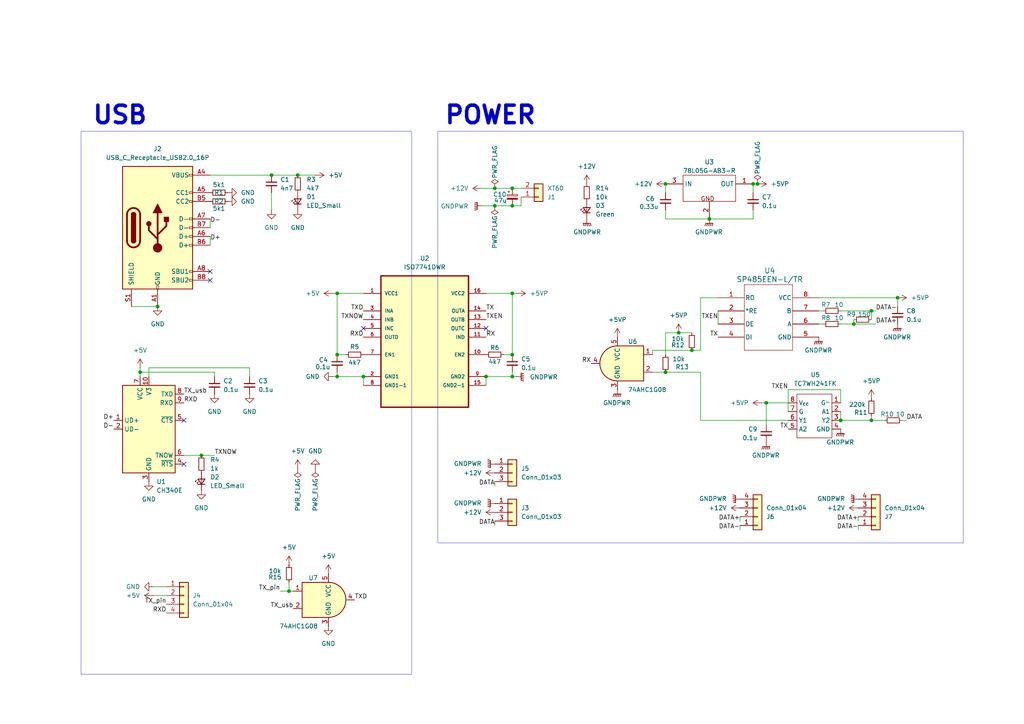
<source format=kicad_sch>
(kicad_sch (version 20231120) (generator "eeschema") (generator_version "8.0")
  (paper "A4")
  (title_block (company "Kohki"))
  (lib_symbols
    (symbol "74xGxx:74AHC1G08"
      (property "Reference" "U6" (at -3.0165 -10.16 0))
      (property "Value" "74AHC1G08" (at -3.0165 -7.62 0))
      (symbol "74AHC1G08_0_1"
        (arc (start 0 -5.08) (mid 5.0579 0) (end 0 5.08) (stroke (width 0.254)) (fill (type background)))
        (polyline (pts (xy 0 -5.08) (xy -7.62 -5.08) (xy -7.62 5.08) (xy 0 5.08)) (stroke (width 0.254)) (fill (type background)))
      )
      (symbol "74AHC1G08_1_1"
        (pin input line (at -10.16 2.54 0) (length 2.54) (name "~") (number "1"))
        (pin input line (at -10.16 -2.54 0) (length 2.54) (name "~") (number "2"))
        (pin power_in line (at 0 -7.62 90) (length 2.54) (name "GND") (number "3"))
        (pin output line (at 7.62 0 180) (length 2.54) (name "~") (number "4"))
        (pin power_in line (at 0 7.62 270) (length 2.54) (name "VCC") (number "5"))
      )
    )
    (symbol "Connector:USB_C_Receptacle_USB2.0_16P" (pin_names (offset 1.016))
      (property "Reference" "J" (at 0 22.225 0))
      (property "Value" "USB_C_Receptacle_USB2.0_16P" (at 0 19.685 0))
      (symbol "USB_C_Receptacle_USB2.0_16P_0_0"
        (rectangle (start -0.254 -17.78) (end 0.254 -16.764))
        (rectangle (start 10.16 -14.986) (end 9.144 -15.494))
        (rectangle (start 10.16 -12.446) (end 9.144 -12.954))
        (rectangle (start 10.16 -4.826) (end 9.144 -5.334))
        (rectangle (start 10.16 -2.286) (end 9.144 -2.794))
        (rectangle (start 10.16 0.254) (end 9.144 -0.254))
        (rectangle (start 10.16 2.794) (end 9.144 2.286))
        (rectangle (start 10.16 7.874) (end 9.144 7.366))
        (rectangle (start 10.16 10.414) (end 9.144 9.906))
        (rectangle (start 10.16 15.494) (end 9.144 14.986))
      )
      (symbol "USB_C_Receptacle_USB2.0_16P_0_1"
        (rectangle (start -10.16 17.78) (end 10.16 -17.78) (stroke (width 0.254)) (fill (type background)))
        (arc (start -8.89 -3.81) (mid -6.985 -5.7067) (end -5.08 -3.81) (stroke (width 0.508)))
        (arc (start -7.62 -3.81) (mid -6.985 -4.4423) (end -6.35 -3.81) (stroke (width 0.254)))
        (arc (start -7.62 -3.81) (mid -6.985 -4.4423) (end -6.35 -3.81) (stroke (width 0.254)) (fill (type outline)))
        (rectangle (start -7.62 -3.81) (end -6.35 3.81) (stroke (width 0.254)) (fill (type outline)))
        (arc (start -6.35 3.81) (mid -6.985 4.4423) (end -7.62 3.81) (stroke (width 0.254)))
        (arc (start -6.35 3.81) (mid -6.985 4.4423) (end -7.62 3.81) (stroke (width 0.254)) (fill (type outline)))
        (arc (start -5.08 3.81) (mid -6.985 5.7067) (end -8.89 3.81) (stroke (width 0.508)))
        (circle (center -2.54 1.143) (radius 0.635) (stroke (width 0.254)) (fill (type outline)))
        (circle (center 0 -5.842) (radius 1.27) (fill (type outline)))
        (polyline (pts (xy -8.89 -3.81) (xy -8.89 3.81)) (stroke (width 0.508)))
        (polyline (pts (xy -5.08 3.81) (xy -5.08 -3.81)) (stroke (width 0.508)))
        (polyline (pts (xy 0 -5.842) (xy 0 4.318)) (stroke (width 0.508)))
        (polyline (pts (xy 0 -3.302) (xy -2.54 -0.762) (xy -2.54 0.508)) (stroke (width 0.508)))
        (polyline (pts (xy 0 -2.032) (xy 2.54 0.508) (xy 2.54 1.778)) (stroke (width 0.508)))
        (polyline (pts (xy -1.27 4.318) (xy 0 6.858) (xy 1.27 4.318) (xy -1.27 4.318)) (stroke (width 0.254)) (fill (type outline)))
        (rectangle (start 1.905 1.778) (end 3.175 3.048) (stroke (width 0.254)) (fill (type outline)))
      )
      (symbol "USB_C_Receptacle_USB2.0_16P_1_1"
        (pin passive line (at 0 -22.86 90) (length 5.08) (name "GND") (number "A1"))
        (pin passive line (at 0 -22.86 90) (length 5.08) hide (name "GND") (number "A12"))
        (pin passive line (at 15.24 15.24 180) (length 5.08) (name "VBUS") (number "A4"))
        (pin bidirectional line (at 15.24 10.16 180) (length 5.08) (name "CC1") (number "A5"))
        (pin bidirectional line (at 15.24 -2.54 180) (length 5.08) (name "D+") (number "A6"))
        (pin bidirectional line (at 15.24 2.54 180) (length 5.08) (name "D-") (number "A7"))
        (pin bidirectional line (at 15.24 -12.7 180) (length 5.08) (name "SBU1") (number "A8"))
        (pin passive line (at 15.24 15.24 180) (length 5.08) hide (name "VBUS") (number "A9"))
        (pin passive line (at 0 -22.86 90) (length 5.08) hide (name "GND") (number "B1"))
        (pin passive line (at 0 -22.86 90) (length 5.08) hide (name "GND") (number "B12"))
        (pin passive line (at 15.24 15.24 180) (length 5.08) hide (name "VBUS") (number "B4"))
        (pin bidirectional line (at 15.24 7.62 180) (length 5.08) (name "CC2") (number "B5"))
        (pin bidirectional line (at 15.24 -5.08 180) (length 5.08) (name "D+") (number "B6"))
        (pin bidirectional line (at 15.24 0 180) (length 5.08) (name "D-") (number "B7"))
        (pin bidirectional line (at 15.24 -15.24 180) (length 5.08) (name "SBU2") (number "B8"))
        (pin passive line (at 15.24 15.24 180) (length 5.08) hide (name "VBUS") (number "B9"))
        (pin passive line (at -7.62 -22.86 90) (length 5.08) (name "SHIELD") (number "S1"))
      )
    )
    (symbol "Connector_Generic:Conn_01x02" (pin_names (offset 1.016) hide)
      (property "Reference" "J" (at 0 2.54 0))
      (property "Value" "Conn_01x02" (at 0 -5.08 0))
      (symbol "Conn_01x02_1_1"
        (rectangle (start -1.27 -2.413) (end 0 -2.667) (stroke (width 0.1524)))
        (rectangle (start -1.27 0.127) (end 0 -0.127) (stroke (width 0.1524)))
        (rectangle (start -1.27 1.27) (end 1.27 -3.81) (stroke (width 0.254)) (fill (type background)))
        (pin passive line (at -5.08 0 0) (length 3.81) (name "Pin_1") (number "1"))
        (pin passive line (at -5.08 -2.54 0) (length 3.81) (name "Pin_2") (number "2"))
      )
    )
    (symbol "Connector_Generic:Conn_01x03" (pin_names (offset 1.016) hide)
      (property "Reference" "J" (at 0 5.08 0))
      (property "Value" "Conn_01x03" (at 0 -5.08 0))
      (symbol "Conn_01x03_1_1"
        (rectangle (start -1.27 -2.413) (end 0 -2.667) (stroke (width 0.1524)))
        (rectangle (start -1.27 0.127) (end 0 -0.127) (stroke (width 0.1524)))
        (rectangle (start -1.27 2.667) (end 0 2.413) (stroke (width 0.1524)))
        (rectangle (start -1.27 3.81) (end 1.27 -3.81) (stroke (width 0.254)) (fill (type background)))
        (pin passive line (at -5.08 2.54 0) (length 3.81) (name "Pin_1") (number "1"))
        (pin passive line (at -5.08 0 0) (length 3.81) (name "Pin_2") (number "2"))
        (pin passive line (at -5.08 -2.54 0) (length 3.81) (name "Pin_3") (number "3"))
      )
    )
    (symbol "Connector_Generic:Conn_01x04" (pin_names (offset 1.016) hide)
      (property "Reference" "J" (at 0 5.08 0))
      (property "Value" "Conn_01x04" (at 0 -7.62 0))
      (symbol "Conn_01x04_1_1"
        (rectangle (start -1.27 -4.953) (end 0 -5.207) (stroke (width 0.1524)))
        (rectangle (start -1.27 -2.413) (end 0 -2.667) (stroke (width 0.1524)))
        (rectangle (start -1.27 0.127) (end 0 -0.127) (stroke (width 0.1524)))
        (rectangle (start -1.27 2.667) (end 0 2.413) (stroke (width 0.1524)))
        (rectangle (start -1.27 3.81) (end 1.27 -6.35) (stroke (width 0.254)) (fill (type background)))
        (pin passive line (at -5.08 2.54 0) (length 3.81) (name "Pin_1") (number "1"))
        (pin passive line (at -5.08 0 0) (length 3.81) (name "Pin_2") (number "2"))
        (pin passive line (at -5.08 -2.54 0) (length 3.81) (name "Pin_3") (number "3"))
        (pin passive line (at -5.08 -5.08 0) (length 3.81) (name "Pin_4") (number "4"))
      )
    )
    (symbol "Device:C_Polarized_Small" (pin_numbers hide) (pin_names (offset 0.254) hide)
      (property "Reference" "C" (at 0.254 1.778 0))
      (property "Value" "C_Polarized_Small" (at 0.254 -2.032 0))
      (symbol "C_Polarized_Small_0_1"
        (rectangle (start -1.524 -0.3048) (end 1.524 -0.6858) (fill (type outline)))
        (rectangle (start -1.524 0.6858) (end 1.524 0.3048))
        (polyline (pts (xy -1.27 1.524) (xy -0.762 1.524)))
        (polyline (pts (xy -1.016 1.27) (xy -1.016 1.778)))
      )
      (symbol "C_Polarized_Small_1_1"
        (pin passive line (at 0 2.54 270) (length 1.8542) (name "~") (number "1"))
        (pin passive line (at 0 -2.54 90) (length 1.8542) (name "~") (number "2"))
      )
    )
    (symbol "Device:C_Small" (pin_numbers hide) (pin_names (offset 0.254) hide)
      (property "Reference" "C" (at 0.254 1.778 0))
      (property "Value" "C_Small" (at 0.254 -2.032 0))
      (symbol "C_Small_0_1"
        (polyline (pts (xy -1.524 -0.508) (xy 1.524 -0.508)) (stroke (width 0.3302)))
        (polyline (pts (xy -1.524 0.508) (xy 1.524 0.508)) (stroke (width 0.3048)))
      )
      (symbol "C_Small_1_1"
        (pin passive line (at 0 2.54 270) (length 2.032) (name "~") (number "1"))
        (pin passive line (at 0 -2.54 90) (length 2.032) (name "~") (number "2"))
      )
    )
    (symbol "Device:LED_Small" (pin_numbers hide) (pin_names (offset 0.254) hide)
      (property "Reference" "D" (at -1.27 3.175 0))
      (property "Value" "LED_Small" (at -4.445 -2.54 0))
      (symbol "LED_Small_0_1"
        (polyline (pts (xy -0.762 -1.016) (xy -0.762 1.016)) (stroke (width 0.254)))
        (polyline (pts (xy 1.016 0) (xy -0.762 0)))
        (polyline (pts (xy 0.762 -1.016) (xy -0.762 0) (xy 0.762 1.016) (xy 0.762 -1.016)) (stroke (width 0.254)))
        (polyline (pts (xy 0 0.762) (xy -0.508 1.27) (xy -0.254 1.27) (xy -0.508 1.27) (xy -0.508 1.016)))
        (polyline (pts (xy 0.508 1.27) (xy 0 1.778) (xy 0.254 1.778) (xy 0 1.778) (xy 0 1.524)))
      )
      (symbol "LED_Small_1_1"
        (pin passive line (at -2.54 0 0) (length 1.778) (name "K") (number "1"))
        (pin passive line (at 2.54 0 180) (length 1.778) (name "A") (number "2"))
      )
    )
    (symbol "Device:R_Small" (pin_numbers hide) (pin_names (offset 0.254) hide)
      (property "Reference" "R" (at 0.762 0.508 0))
      (property "Value" "R_Small" (at 0.762 -1.016 0))
      (symbol "R_Small_0_1"
        (rectangle (start -0.762 1.778) (end 0.762 -1.778) (stroke (width 0.2032)))
      )
      (symbol "R_Small_1_1"
        (pin passive line (at 0 2.54 270) (length 0.762) (name "~") (number "1"))
        (pin passive line (at 0 -2.54 90) (length 0.762) (name "~") (number "2"))
      )
    )
    (symbol "ISO7741DWR:ISO7741DWR" (pin_names (offset 1.016))
      (property "Reference" "U2" (at 0 25.4 0))
      (property "Value" "ISO7741DWR" (at 0 22.86 0))
      (symbol "ISO7741DWR_0_0"
        (rectangle (start -12.7 20.32) (end 12.7 -17.78) (stroke (width 0.41)) (fill (type background)))
        (pin power_in line (at -17.78 15.24 0) (length 5.08) (name "VCC1") (number "1"))
        (pin bidirectional line (at 17.78 -2.54 180) (length 5.08) (name "EN2") (number "10"))
        (pin input line (at 17.78 2.54 180) (length 5.08) (name "IND") (number "11"))
        (pin output line (at 17.78 5.08 180) (length 5.08) (name "OUTC") (number "12"))
        (pin output line (at 17.78 7.62 180) (length 5.08) (name "OUTB") (number "13"))
        (pin output line (at 17.78 10.16 180) (length 5.08) (name "OUTA") (number "14"))
        (pin power_in line (at 17.78 -11.43 180) (length 5.08) (name "GND2-1") (number "15"))
        (pin power_in line (at 17.78 15.24 180) (length 5.08) (name "VCC2") (number "16"))
        (pin power_in line (at -17.78 -8.89 0) (length 5.08) (name "GND1") (number "2"))
        (pin input line (at -17.78 10.16 0) (length 5.08) (name "INA") (number "3"))
        (pin input line (at -17.78 7.62 0) (length 5.08) (name "INB") (number "4"))
        (pin input line (at -17.78 5.08 0) (length 5.08) (name "INC") (number "5"))
        (pin output line (at -17.78 2.54 0) (length 5.08) (name "OUTD") (number "6"))
        (pin bidirectional line (at -17.78 -2.54 0) (length 5.08) (name "EN1") (number "7"))
        (pin power_in line (at -17.78 -11.43 0) (length 5.08) (name "GND1-1") (number "8"))
        (pin power_in line (at 17.78 -8.89 180) (length 5.08) (name "GND2") (number "9"))
      )
    )
    (symbol "Interface_USB:CH340E"
      (property "Reference" "U" (at -5.08 13.97 0))
      (property "Value" "CH340E" (at 1.27 13.97 0))
      (symbol "CH340E_0_1"
        (rectangle (start -7.62 12.7) (end 7.62 -12.7) (stroke (width 0.254)) (fill (type background)))
      )
      (symbol "CH340E_1_1"
        (pin bidirectional line (at -10.16 2.54 0) (length 2.54) (name "UD+") (number "1"))
        (pin power_out line (at 0 15.24 270) (length 2.54) (name "V3") (number "10"))
        (pin bidirectional line (at -10.16 0 0) (length 2.54) (name "UD-") (number "2"))
        (pin power_in line (at 0 -15.24 90) (length 2.54) (name "GND") (number "3"))
        (pin output line (at 10.16 -10.16 180) (length 2.54) (name "~{RTS}") (number "4"))
        (pin input line (at 10.16 2.54 180) (length 2.54) (name "~{CTS}") (number "5"))
        (pin output line (at 10.16 -7.62 180) (length 2.54) (name "TNOW") (number "6"))
        (pin power_in line (at -2.54 15.24 270) (length 2.54) (name "VCC") (number "7"))
        (pin output line (at 10.16 10.16 180) (length 2.54) (name "TXD") (number "8"))
        (pin input line (at 10.16 7.62 180) (length 2.54) (name "RXD") (number "9"))
      )
    )
    (symbol "MyLibrary:TC7WH241FK"
      (property "Reference" "U" (at 4.572 3.81 0))
      (symbol "TC7WH241FK_1_1"
        (rectangle (start 0 2.54) (end 10.16 -10.16))
        (pin passive line (at -2.54 0 0) (length 2.54) (name "G^{-}") (number "1"))
        (pin passive line (at -2.54 -2.54 0) (length 2.54) (name "A1") (number "2"))
        (pin passive line (at -2.54 -5.08 0) (length 2.54) (name "Y2") (number "3"))
        (pin passive line (at -2.54 -7.62 0) (length 2.54) (name "GND") (number "4"))
        (pin passive line (at 12.7 -7.62 180) (length 2.54) (name "A2") (number "5"))
        (pin passive line (at 12.7 -5.08 180) (length 2.54) (name "Y1") (number "6"))
        (pin passive line (at 12.7 -2.54 180) (length 2.54) (name "G") (number "7"))
        (pin passive line (at 12.7 0 180) (length 2.54) (name "V_{cc}") (number "8"))
      )
    )
    (symbol "ProLib_pcs_2025-07-07:78L05G-AB3-R"
      (property "Reference" "U3" (at 0 10.16 0))
      (property "Value" "78L05G-AB3-R" (at 0 7.62 0))
      (symbol "78L05G-AB3-R_1_0"
        (rectangle (start -7.62 6.35) (end 7.62 -1.27))
        (text "GND" (at -2.54 -1.2446 0) (effects (font (size 1.27 1.27)) (justify left bottom)))
        (pin passive line (at 12.7 3.81 180) (length 5.08) (name "OUT") (number "1"))
        (pin passive line (at 0 -6.35 90) (length 5.08) (name "GND") (number "2"))
        (pin passive line (at -12.7 3.81 0) (length 5.08) (name "IN") (number "3"))
      )
    )
    (symbol "SP485EEN-L/TR:SP485EEN-L_TR" (pin_names (offset 0.254))
      (property "Reference" "U4" (at 14.986 10.414 0))
      (property "Value" "SP485EEN-L/TR" (at 14.986 7.874 0))
      (symbol "SP485EEN-L_TR_0_1"
        (polyline (pts (xy 7.62 -12.7) (xy 21.59 -12.7)) (stroke (width 0.127)))
        (polyline (pts (xy 7.62 6.35) (xy 7.62 -12.7)) (stroke (width 0.127)))
        (polyline (pts (xy 21.59 -12.7) (xy 21.59 6.35)) (stroke (width 0.127)))
        (polyline (pts (xy 21.59 6.35) (xy 7.62 6.35)) (stroke (width 0.127)))
        (pin output line (at 0 2.54 0) (length 7.62) (name "RO") (number "1"))
        (pin input line (at 0 -8.89 0) (length 7.62) (name "DI") (number "4"))
        (pin bidirectional line (at 29.21 -5.08 180) (length 7.62) (name "A") (number "6"))
        (pin bidirectional line (at 29.21 -1.27 180) (length 7.62) (name "B") (number "7"))
        (pin power_in line (at 29.21 2.54 180) (length 7.62) (name "VCC") (number "8"))
      )
      (symbol "SP485EEN-L_TR_1_1"
        (pin input line (at 0 -1.27 0) (length 7.62) (name "*RE") (number "2"))
        (pin input line (at 0 -5.08 0) (length 7.62) (name "DE") (number "3"))
        (pin power_in line (at 29.21 -8.89 180) (length 7.62) (name "GND") (number "5"))
      )
    )
    (symbol "power:+12V" (power) (pin_numbers hide) (pin_names (offset 0) hide)
      (property "Value" "+12V" (at 0 3.556 0))
      (symbol "+12V_0_1"
        (polyline (pts (xy -0.762 1.27) (xy 0 2.54)))
        (polyline (pts (xy 0 0) (xy 0 2.54)))
        (polyline (pts (xy 0 2.54) (xy 0.762 1.27)))
      )
      (symbol "+12V_1_1"
        (pin power_in line (at 0 0 90) (length 0) (name "~") (number "1"))
      )
    )
    (symbol "power:+5V" (power) (pin_numbers hide) (pin_names (offset 0) hide)
      (property "Value" "+5V" (at 0 3.556 0))
      (symbol "+5V_0_1"
        (polyline (pts (xy -0.762 1.27) (xy 0 2.54)))
        (polyline (pts (xy 0 0) (xy 0 2.54)))
        (polyline (pts (xy 0 2.54) (xy 0.762 1.27)))
      )
      (symbol "+5V_1_1"
        (pin power_in line (at 0 0 90) (length 0) (name "~") (number "1"))
      )
    )
    (symbol "power:+5VP" (power) (pin_numbers hide) (pin_names (offset 0) hide)
      (property "Value" "+5VP" (at 0 3.556 0))
      (symbol "+5VP_0_1"
        (polyline (pts (xy -0.762 1.27) (xy 0 2.54)))
        (polyline (pts (xy 0 0) (xy 0 2.54)))
        (polyline (pts (xy 0 2.54) (xy 0.762 1.27)))
      )
      (symbol "+5VP_1_1"
        (pin power_in line (at 0 0 90) (length 0) (name "~") (number "1"))
      )
    )
    (symbol "power:GND" (power) (pin_numbers hide) (pin_names (offset 0) hide)
      (property "Value" "GND" (at 0 -3.81 0))
      (symbol "GND_0_1"
        (polyline (pts (xy 0 0) (xy 0 -1.27) (xy 1.27 -1.27) (xy 0 -2.54) (xy -1.27 -1.27) (xy 0 -1.27)))
      )
      (symbol "GND_1_1"
        (pin power_in line (at 0 0 270) (length 0) (name "~") (number "1"))
      )
    )
    (symbol "power:GNDPWR" (power) (pin_numbers hide) (pin_names (offset 0) hide)
      (property "Value" "GNDPWR" (at 0 -3.302 0))
      (symbol "GNDPWR_0_1"
        (polyline (pts (xy 0 -1.27) (xy 0 0)))
        (polyline (pts (xy -1.016 -1.27) (xy -1.27 -2.032) (xy -1.27 -2.032)) (stroke (width 0.2032)))
        (polyline (pts (xy -0.508 -1.27) (xy -0.762 -2.032) (xy -0.762 -2.032)) (stroke (width 0.2032)))
        (polyline (pts (xy 0 -1.27) (xy -0.254 -2.032) (xy -0.254 -2.032)) (stroke (width 0.2032)))
        (polyline (pts (xy 0.508 -1.27) (xy 0.254 -2.032) (xy 0.254 -2.032)) (stroke (width 0.2032)))
        (polyline (pts (xy 1.016 -1.27) (xy -1.016 -1.27) (xy -1.016 -1.27)) (stroke (width 0.2032)))
        (polyline (pts (xy 1.016 -1.27) (xy 0.762 -2.032) (xy 0.762 -2.032) (xy 0.762 -2.032)) (stroke (width 0.2032)))
      )
      (symbol "GNDPWR_1_1"
        (pin power_in line (at 0 0 270) (length 0) (name "~") (number "1"))
      )
    )
    (symbol "power:PWR_FLAG" (power) (pin_numbers hide) (pin_names (offset 0) hide)
      (property "Value" "PWR_FLAG" (at 0 3.81 0))
      (symbol "PWR_FLAG_0_0"
        (pin power_out line (at 0 0 90) (length 0) (name "~") (number "1"))
      )
      (symbol "PWR_FLAG_0_1"
        (polyline (pts (xy 0 0) (xy 0 1.27) (xy -1.016 1.905) (xy 0 2.54) (xy 1.016 1.905) (xy 0 1.27)))
      )
    )
  )
  (junction (at 45.72 88.9))
  (junction (at 143.51 59.69))
  (junction (at 243.84 121.92))
  (junction (at 83.82 171.45))
  (junction (at 205.74 63.5))
  (junction (at 196.85 96.52))
  (junction (at 193.04 53.34))
  (junction (at 78.74 50.8))
  (junction (at 222.25 116.84))
  (junction (at 252.73 121.92))
  (junction (at 40.64 107.95))
  (junction (at 148.59 59.69))
  (junction (at 58.42 132.08))
  (junction (at 97.79 85.09))
  (junction (at 148.59 85.09))
  (junction (at 247.65 93.98))
  (junction (at 193.04 107.95))
  (junction (at 148.59 109.22))
  (junction (at 148.59 102.87))
  (junction (at 97.79 102.87))
  (junction (at 140.97 109.22))
  (junction (at 148.59 54.61))
  (junction (at 260.35 86.36))
  (junction (at 105.41 109.22))
  (junction (at 86.36 50.8))
  (junction (at 252.73 90.17))
  (junction (at 143.51 54.61))
  (junction (at 97.79 109.22))
  (junction (at 200.66 101.6))
  (junction (at 218.44 53.34))
  (junction (at 219.71 53.34))
  (no_connect (at 60.96 78.74))
  (no_connect (at 60.96 81.28))
  (no_connect (at 105.41 95.25))
  (no_connect (at 140.97 95.25))
  (no_connect (at 53.34 134.62))
  (no_connect (at 53.34 121.92))
  (wire (pts (xy 248.92 151.13) (xy 248.92 149.86)))
  (wire (pts (xy 43.18 106.68) (xy 43.18 109.22)))
  (wire (pts (xy 40.64 107.95) (xy 40.64 109.22)))
  (wire (pts (xy 252.73 90.17) (xy 243.84 90.17)))
  (wire (pts (xy 193.04 60.96) (xy 193.04 63.5)))
  (wire (pts (xy 60.96 68.58) (xy 60.96 71.12)))
  (wire (pts (xy 72.39 106.68) (xy 43.18 106.68)))
  (wire (pts (xy 97.79 107.95) (xy 97.79 109.22)))
  (wire (pts (xy 62.23 107.95) (xy 62.23 109.22)))
  (wire (pts (xy 58.42 132.08) (xy 53.34 132.08)))
  (wire (pts (xy 203.2 107.95) (xy 193.04 107.95)))
  (wire (pts (xy 254 90.17) (xy 252.73 90.17)))
  (wire (pts (xy 97.79 102.87) (xy 100.33 102.87)))
  (wire (pts (xy 222.25 116.84) (xy 222.25 123.19)))
  (wire (pts (xy 200.66 101.6) (xy 189.23 101.6)))
  (wire (pts (xy 193.04 96.52) (xy 196.85 96.52)))
  (wire (pts (xy 193.04 63.5) (xy 205.74 63.5)))
  (wire (pts (xy 97.79 109.22) (xy 105.41 109.22)))
  (wire (pts (xy 248.92 153.67) (xy 248.92 152.4)))
  (wire (pts (xy 81.28 171.45) (xy 83.82 171.45)))
  (wire (pts (xy 148.59 102.87) (xy 146.05 102.87)))
  (wire (pts (xy 78.74 60.96) (xy 78.74 55.88)))
  (wire (pts (xy 83.82 168.91) (xy 83.82 171.45)))
  (wire (pts (xy 193.04 102.87) (xy 193.04 96.52)))
  (wire (pts (xy 72.39 109.22) (xy 72.39 106.68)))
  (wire (pts (xy 252.73 92.71) (xy 252.73 90.17)))
  (wire (pts (xy 208.28 90.17) (xy 208.28 93.98)))
  (wire (pts (xy 252.73 120.65) (xy 252.73 121.92)))
  (wire (pts (xy 203.2 101.6) (xy 200.66 101.6)))
  (wire (pts (xy 247.65 93.98) (xy 254 93.98)))
  (wire (pts (xy 143.51 54.61) (xy 148.59 54.61)))
  (wire (pts (xy 44.45 170.18) (xy 48.26 170.18)))
  (wire (pts (xy 62.23 132.08) (xy 58.42 132.08)))
  (wire (pts (xy 218.44 55.88) (xy 218.44 53.34)))
  (wire (pts (xy 205.74 63.5) (xy 218.44 63.5)))
  (wire (pts (xy 149.86 109.22) (xy 148.59 109.22)))
  (wire (pts (xy 203.2 121.92) (xy 203.2 107.95)))
  (wire (pts (xy 44.45 172.72) (xy 48.26 172.72)))
  (wire (pts (xy 218.44 60.96) (xy 218.44 63.5)))
  (wire (pts (xy 243.84 119.38) (xy 243.84 121.92)))
  (wire (pts (xy 252.73 121.92) (xy 243.84 121.92)))
  (wire (pts (xy 140.97 85.09) (xy 148.59 85.09)))
  (wire (pts (xy 214.63 151.13) (xy 214.63 149.86)))
  (wire (pts (xy 189.23 101.6) (xy 189.23 102.87)))
  (wire (pts (xy 238.76 90.17) (xy 237.49 90.17)))
  (wire (pts (xy 38.1 88.9) (xy 45.72 88.9)))
  (wire (pts (xy 140.97 109.22) (xy 140.97 111.76)))
  (wire (pts (xy 97.79 85.09) (xy 97.79 102.87)))
  (wire (pts (xy 220.98 116.84) (xy 222.25 116.84)))
  (wire (pts (xy 60.96 50.8) (xy 78.74 50.8)))
  (wire (pts (xy 203.2 86.36) (xy 203.2 101.6)))
  (wire (pts (xy 219.71 53.34) (xy 218.44 53.34)))
  (wire (pts (xy 143.51 152.4) (xy 143.51 151.13)))
  (wire (pts (xy 96.52 85.09) (xy 97.79 85.09)))
  (wire (pts (xy 40.64 106.68) (xy 40.64 107.95)))
  (wire (pts (xy 238.76 93.98) (xy 237.49 93.98)))
  (wire (pts (xy 148.59 109.22) (xy 140.97 109.22)))
  (wire (pts (xy 86.36 50.8) (xy 91.44 50.8)))
  (wire (pts (xy 148.59 107.95) (xy 148.59 109.22)))
  (wire (pts (xy 228.6 113.03) (xy 228.6 119.38)))
  (wire (pts (xy 260.35 86.36) (xy 237.49 86.36)))
  (wire (pts (xy 148.59 59.69) (xy 143.51 59.69)))
  (wire (pts (xy 96.52 109.22) (xy 97.79 109.22)))
  (wire (pts (xy 262.89 121.92) (xy 261.62 121.92)))
  (wire (pts (xy 193.04 107.95) (xy 189.23 107.95)))
  (wire (pts (xy 260.35 88.9) (xy 260.35 86.36)))
  (wire (pts (xy 97.79 85.09) (xy 105.41 85.09)))
  (wire (pts (xy 143.51 140.97) (xy 143.51 139.7)))
  (wire (pts (xy 148.59 102.87) (xy 148.59 85.09)))
  (wire (pts (xy 193.04 55.88) (xy 193.04 53.34)))
  (wire (pts (xy 78.74 50.8) (xy 86.36 50.8)))
  (wire (pts (xy 196.85 96.52) (xy 200.66 96.52)))
  (wire (pts (xy 139.7 54.61) (xy 143.51 54.61)))
  (wire (pts (xy 247.65 92.71) (xy 247.65 93.98)))
  (wire (pts (xy 228.6 121.92) (xy 203.2 121.92)))
  (wire (pts (xy 243.84 116.84) (xy 243.84 113.03)))
  (wire (pts (xy 148.59 54.61) (xy 151.13 54.61)))
  (wire (pts (xy 40.64 107.95) (xy 62.23 107.95)))
  (wire (pts (xy 105.41 109.22) (xy 105.41 111.76)))
  (wire (pts (xy 222.25 116.84) (xy 228.6 116.84)))
  (wire (pts (xy 149.86 85.09) (xy 148.59 85.09)))
  (wire (pts (xy 151.13 59.69) (xy 151.13 57.15)))
  (wire (pts (xy 256.54 121.92) (xy 252.73 121.92)))
  (wire (pts (xy 83.82 171.45) (xy 85.09 171.45)))
  (wire (pts (xy 148.59 59.69) (xy 151.13 59.69)))
  (wire (pts (xy 247.65 93.98) (xy 243.84 93.98)))
  (wire (pts (xy 214.63 153.67) (xy 214.63 152.4)))
  (wire (pts (xy 208.28 86.36) (xy 203.2 86.36)))
  (wire (pts (xy 60.96 63.5) (xy 60.96 66.04)))
  (wire (pts (xy 143.51 59.69) (xy 139.7 59.69)))
  (wire (pts (xy 243.84 113.03) (xy 228.6 113.03)))
  (rectangle (start 127 38.1) (end 279.4 157.48) (stroke (width 0.0508)))
  (rectangle (start 23.495 38.1) (end 119.38 195.58) (stroke (width 0.0508)))
  (text "USB" (at 34.798 33.528 0) (effects (font (size 5.08 5.08) (thickness 1.016) (bold yes))))
  (text "POWER\n" (at 142.24 33.528 0) (effects (font (size 5.08 5.08) (thickness 1.016) (bold yes))))
  (label "RXD" (at 105.41 97.79 180))
  (label "TXNOW" (at 105.41 92.71 180))
  (label "TXD" (at 105.41 90.17 180))
  (label "DATA" (at 262.89 121.92 0))
  (label "D+" (at 33.02 121.92 180))
  (label "RX" (at 171.45 105.41 180))
  (label "TX_usb" (at 53.34 114.3 0))
  (label "DATA-" (at 254 90.17 0))
  (label "DATA" (at 143.51 152.4 180))
  (label "DATA-" (at 248.92 153.67 180))
  (label "TX" (at 228.6 124.46 180))
  (label "TXNOW" (at 62.23 132.08 0))
  (label "DATA" (at 143.51 140.97 180))
  (label "DATA+" (at 214.63 151.13 180))
  (label "TX_pin" (at 81.28 171.45 180))
  (label "TXEN" (at 208.28 92.71 180))
  (label "DATA+" (at 254 93.98 0))
  (label "TXEN" (at 140.97 92.71 0))
  (label "RXD" (at 48.26 177.8 180))
  (label "TX_usb" (at 85.09 176.53 180))
  (label "D-" (at 60.96 64.77 0))
  (label "D-" (at 33.02 124.46 180))
  (label "TX_pin" (at 48.26 175.26 180))
  (label "TXD" (at 102.87 173.99 0))
  (label "DATA-" (at 214.63 153.67 180))
  (label "TX" (at 140.97 90.17 0))
  (label "RXD" (at 53.34 116.84 0))
  (label "RX" (at 140.97 97.79 0))
  (label "TXEN" (at 228.6 113.03 180))
  (label "D+" (at 60.96 69.85 0))
  (label "DATA+" (at 248.92 151.13 180))
  (label "TX" (at 208.28 97.79 180))
  (symbol (lib_id "Device:R_Small") (at 193.04 105.41 180) (unit 1)
    (property "Reference" "R13" (at 197.866 106.426 0))
    (property "Value" "10k" (at 196.85 104.14 0))
    (property "Footprint" "Capacitor_SMD:C_0402_1005Metric" (effects (hide yes)))
    (property "Description" "Resistor, small symbol" (effects (hide yes)))
  )
  (symbol (lib_id "74xGxx:74AHC1G08") (at 179.07 105.41 0) (mirror y) (unit 1)
    (property "Reference" "U6" (at 182.118 99.06 0) (effects (justify right)))
    (property "Value" "74AHC1G08" (at 182.0865 113.03 0) (effects (justify right)))
    (property "Footprint" "Package_TO_SOT_SMD:SOT-23-5_HandSoldering" (effects (hide yes)))
    (property "Datasheet" "http://www.ti.com/lit/sg/scyt129e/scyt129e.pdf" (effects (hide yes)))
    (property "Description" "Single AND Gate, Low-Voltage CMOS" (effects (hide yes)))
  )
  (symbol (lib_id "Device:R_Small") (at 241.3 93.98 90) (unit 1)
    (property "Reference" "R8" (at 239.522 92.202 90))
    (property "Value" "10" (at 243.332 92.202 90))
    (property "Footprint" "Resistor_SMD:R_0402_1005Metric" (effects (hide yes)))
    (property "Description" "Resistor, small symbol" (effects (hide yes)))
  )
  (symbol (lib_id "Device:C_Small") (at 260.35 91.44 0) (unit 1)
    (property "Reference" "C8" (at 262.89 90.1762 0) (effects (justify left)))
    (property "Value" "0.1u" (at 262.89 92.7162 0) (effects (justify left)))
    (property "Footprint" "Capacitor_SMD:C_0402_1005Metric" (effects (hide yes)))
    (property "Description" "Unpolarized capacitor, small symbol" (effects (hide yes)))
  )
  (symbol (lib_id "Device:C_Small") (at 148.59 105.41 0) (unit 1)
    (property "Reference" "C5" (at 151.13 104.1462 0) (effects (justify left)))
    (property "Value" "0.1u" (at 151.13 106.6862 0) (effects (justify left)))
    (property "Footprint" "Capacitor_SMD:C_0402_1005Metric" (effects (hide yes)))
    (property "Description" "Unpolarized capacitor, small symbol" (effects (hide yes)))
  )
  (symbol (lib_id "SP485EEN-L/TR:SP485EEN-L_TR") (at 208.28 88.9 0) (unit 1)
    (property "Reference" "U4" (at 223.266 78.486 0) (effects (font (size 1.524 1.524))))
    (property "Value" "SP485EEN-L/TR" (at 223.266 81.026 0) (effects (font (size 1.524 1.524))))
    (property "Footprint" "SP485EEN-L/TR:NSOIC-8" (effects (hide yes)))
    (property "Datasheet" "SP485EEN-L/TR" (effects (hide yes)))
  )
  (symbol (lib_id "power:+5V") (at 96.52 85.09 90) (unit 1)
    (property "Reference" "#PWR20" (effects (hide yes)))
    (property "Value" "+5V" (at 92.71 85.0899 90) (effects (justify left)))
    (property "Description" "Power symbol creates a global label with name \"+5V\"" (effects (hide yes)))
  )
  (symbol (lib_id "power:GND") (at 96.52 109.22 270) (unit 1)
    (property "Reference" "#PWR18" (effects (hide yes)))
    (property "Value" "GND" (at 92.71 109.2199 90) (effects (justify right)))
    (property "Description" "Power symbol creates a global label with name \"GND\" , ground" (effects (hide yes)))
  )
  (symbol (lib_id "power:PWR_FLAG") (at 219.71 53.34 0) (unit 1)
    (property "Reference" "#FLG1" (effects (hide yes)))
    (property "Value" "PWR_FLAG" (at 219.71 45.72 90))
    (property "Description" "Special symbol for telling ERC where power comes from" (effects (hide yes)))
  )
  (symbol (lib_id "power:+5VP") (at 149.86 85.09 270) (unit 1)
    (property "Reference" "#PWR43" (effects (hide yes)))
    (property "Value" "+5VP" (at 153.67 85.0899 90) (effects (justify left)))
    (property "Description" "Power symbol creates a global label with name \"+5VP\"" (effects (hide yes)))
  )
  (symbol (lib_id "Device:LED_Small") (at 86.36 58.42 90) (unit 1)
    (property "Reference" "D1" (at 88.9 57.0864 90) (effects (justify right)))
    (property "Value" "LED_Small" (at 88.9 59.6264 90) (effects (justify right)))
    (property "Footprint" "LED_SMD:LED_0603_1608Metric" (effects (hide yes)))
    (property "Description" "Light emitting diode, small symbol" (effects (hide yes)))
  )
  (symbol (lib_id "power:GNDPWR") (at 143.51 146.05 270) (unit 1)
    (property "Reference" "#PWR21" (effects (hide yes)))
    (property "Value" "GNDPWR" (at 139.7 145.9229 90) (effects (justify right)))
    (property "Description" "Power symbol creates a global label with name \"GNDPWR\" , global ground" (effects (hide yes)))
  )
  (symbol (lib_id "power:+12V") (at 193.04 53.34 90) (unit 1)
    (property "Reference" "#PWR30" (effects (hide yes)))
    (property "Value" "+12V" (at 189.23 53.3399 90) (effects (justify left)))
    (property "Description" "Power symbol creates a global label with name \"+12V\"" (effects (hide yes)))
  )
  (symbol (lib_id "power:GNDPWR") (at 237.49 97.79 0) (unit 1)
    (property "Reference" "#PWR32" (effects (hide yes)))
    (property "Value" "GNDPWR" (at 237.363 101.6 0))
    (property "Description" "Power symbol creates a global label with name \"GNDPWR\" , global ground" (effects (hide yes)))
  )
  (symbol (lib_id "Device:C_Small") (at 78.74 53.34 0) (unit 1)
    (property "Reference" "C1" (at 81.28 52.0762 0) (effects (justify left)))
    (property "Value" "4n7" (at 81.28 54.6162 0) (effects (justify left)))
    (property "Footprint" "Capacitor_SMD:C_0402_1005Metric" (effects (hide yes)))
    (property "Description" "Unpolarized capacitor, small symbol" (effects (hide yes)))
  )
  (symbol (lib_id "power:+5V") (at 95.25 166.37 0) (unit 1)
    (property "Reference" "#PWR49" (effects (hide yes)))
    (property "Value" "+5V" (at 95.25 161.29 0))
    (property "Description" "Power symbol creates a global label with name \"+5V\"" (effects (hide yes)))
  )
  (symbol (lib_id "power:+5VP") (at 196.85 96.52 0) (mirror y) (unit 1)
    (property "Reference" "#PWR42" (effects (hide yes)))
    (property "Value" "+5VP" (at 196.85 91.44 0))
    (property "Description" "Power symbol creates a global label with name \"+5VP\"" (effects (hide yes)))
  )
  (symbol (lib_id "Device:R_Small") (at 200.66 99.06 180) (unit 1)
    (property "Reference" "R12" (at 196.596 100.076 0))
    (property "Value" "10k" (at 196.596 98.298 0))
    (property "Footprint" "Resistor_SMD:R_0402_1005Metric" (effects (hide yes)))
    (property "Description" "Resistor, small symbol" (effects (hide yes)))
  )
  (symbol (lib_id "Device:C_Small") (at 97.79 105.41 0) (unit 1)
    (property "Reference" "C4" (at 92.456 104.394 0) (effects (justify left)))
    (property "Value" "0.1u" (at 91.44 106.426 0) (effects (justify left)))
    (property "Footprint" "Capacitor_SMD:C_0402_1005Metric" (effects (hide yes)))
    (property "Description" "Unpolarized capacitor, small symbol" (effects (hide yes)))
  )
  (symbol (lib_id "power:+12V") (at 139.7 54.61 90) (mirror x) (unit 1)
    (property "Reference" "#PWR02" (effects (hide yes)))
    (property "Value" "+12V" (at 135.89 54.6101 90) (effects (justify left)))
    (property "Description" "Power symbol creates a global label with name \"+12V\"" (effects (hide yes)))
  )
  (symbol (lib_id "Device:R_Small") (at 259.08 121.92 90) (unit 1)
    (property "Reference" "R10" (at 257.302 120.142 90))
    (property "Value" "10" (at 261.112 120.142 90))
    (property "Footprint" "Resistor_SMD:R_0402_1005Metric" (effects (hide yes)))
    (property "Description" "Resistor, small symbol" (effects (hide yes)))
  )
  (symbol (lib_id "power:+5V") (at 40.64 106.68 0) (unit 1)
    (property "Reference" "#PWR015" (effects (hide yes)))
    (property "Value" "+5V" (at 40.64 101.6 0))
    (property "Description" "Power symbol creates a global label with name \"+5V\"" (effects (hide yes)))
  )
  (symbol (lib_id "power:+5V") (at 44.45 172.72 90) (unit 1)
    (property "Reference" "#PWR24" (effects (hide yes)))
    (property "Value" "+5V" (at 40.64 172.7199 90) (effects (justify left)))
    (property "Description" "Power symbol creates a global label with name \"+5V\"" (effects (hide yes)))
  )
  (symbol (lib_id "power:PWR_FLAG") (at 86.36 135.89 180) (unit 1)
    (property "Reference" "#FLG03" (effects (hide yes)))
    (property "Value" "PWR_FLAG" (at 86.36 143.51 90))
    (property "Description" "Special symbol for telling ERC where power comes from" (effects (hide yes)))
  )
  (symbol (lib_id "Device:C_Small") (at 222.25 125.73 0) (mirror y) (unit 1)
    (property "Reference" "C9" (at 219.71 124.4662 0) (effects (justify left)))
    (property "Value" "0.1u" (at 219.71 127.0062 0) (effects (justify left)))
    (property "Footprint" "Capacitor_SMD:C_0402_1005Metric" (effects (hide yes)))
    (property "Description" "Unpolarized capacitor, small symbol" (effects (hide yes)))
  )
  (symbol (lib_id "Device:C_Small") (at 218.44 58.42 0) (unit 1)
    (property "Reference" "C7" (at 220.98 57.1562 0) (effects (justify left)))
    (property "Value" "0.1u" (at 220.98 59.6962 0) (effects (justify left)))
    (property "Footprint" "Capacitor_SMD:C_0402_1005Metric" (effects (hide yes)))
    (property "Description" "Unpolarized capacitor, small symbol" (effects (hide yes)))
  )
  (symbol (lib_id "power:+5VP") (at 219.71 53.34 270) (unit 1)
    (property "Reference" "#PWR31" (effects (hide yes)))
    (property "Value" "+5VP" (at 223.52 53.3399 90) (effects (justify left)))
    (property "Description" "Power symbol creates a global label with name \"+5VP\"" (effects (hide yes)))
  )
  (symbol (lib_id "Device:C_Small") (at 62.23 111.76 0) (unit 1)
    (property "Reference" "C2" (at 64.77 110.4962 0) (effects (justify left)))
    (property "Value" "0.1u" (at 64.77 113.0362 0) (effects (justify left)))
    (property "Footprint" "Capacitor_SMD:C_0402_1005Metric" (effects (hide yes)))
    (property "Description" "Unpolarized capacitor, small symbol" (effects (hide yes)))
  )
  (symbol (lib_id "Device:C_Small") (at 72.39 111.76 0) (unit 1)
    (property "Reference" "C3" (at 74.93 110.4962 0) (effects (justify left)))
    (property "Value" "0.1u" (at 74.93 113.0362 0) (effects (justify left)))
    (property "Footprint" "Capacitor_SMD:C_0402_1005Metric" (effects (hide yes)))
    (property "Description" "Unpolarized capacitor, small symbol" (effects (hide yes)))
  )
  (symbol (lib_id "power:GND") (at 43.18 139.7 0) (unit 1)
    (property "Reference" "#PWR013" (effects (hide yes)))
    (property "Value" "GND" (at 43.18 144.78 0))
    (property "Description" "Power symbol creates a global label with name \"GND\" , ground" (effects (hide yes)))
  )
  (symbol (lib_id "power:GND") (at 66.04 58.42 90) (unit 1)
    (property "Reference" "#PWR010" (effects (hide yes)))
    (property "Value" "GND" (at 69.85 58.4199 90) (effects (justify right)))
    (property "Description" "Power symbol creates a global label with name \"GND\" , ground" (effects (hide yes)))
  )
  (symbol (lib_id "power:GNDPWR") (at 243.84 124.46 0) (unit 1)
    (property "Reference" "#PWR35" (effects (hide yes)))
    (property "Value" "GNDPWR" (at 243.713 128.27 0))
    (property "Description" "Power symbol creates a global label with name \"GNDPWR\" , global ground" (effects (hide yes)))
  )
  (symbol (lib_id "power:GND") (at 78.74 60.96 0) (unit 1)
    (property "Reference" "#PWR012" (effects (hide yes)))
    (property "Value" "GND" (at 78.74 66.04 0))
    (property "Description" "Power symbol creates a global label with name \"GND\" , ground" (effects (hide yes)))
  )
  (symbol (lib_id "power:+5V") (at 86.36 135.89 0) (unit 1)
    (property "Reference" "#PWR05" (effects (hide yes)))
    (property "Value" "+5V" (at 86.36 130.81 0))
    (property "Description" "Power symbol creates a global label with name \"+5V\"" (effects (hide yes)))
  )
  (symbol (lib_id "power:GNDPWR") (at 248.92 144.78 270) (unit 1)
    (property "Reference" "#PWR44" (effects (hide yes)))
    (property "Value" "GNDPWR" (at 245.11 144.6529 90) (effects (justify right)))
    (property "Description" "Power symbol creates a global label with name \"GNDPWR\" , global ground" (effects (hide yes)))
  )
  (symbol (lib_id "power:GND") (at 44.45 170.18 270) (unit 1)
    (property "Reference" "#PWR23" (effects (hide yes)))
    (property "Value" "GND" (at 40.64 170.1799 90) (effects (justify right)))
    (property "Description" "Power symbol creates a global label with name \"GND\" , ground" (effects (hide yes)))
  )
  (symbol (lib_id "Device:R_Small") (at 102.87 102.87 90) (unit 1)
    (property "Reference" "R5" (at 102.87 100.584 90))
    (property "Value" "4k7" (at 102.87 105.156 90))
    (property "Footprint" "Resistor_SMD:R_0402_1005Metric" (effects (hide yes)))
    (property "Description" "Resistor, small symbol" (effects (hide yes)))
  )
  (symbol (lib_id "Device:R_Small") (at 58.42 134.62 0) (unit 1)
    (property "Reference" "R4" (at 60.96 133.3499 0) (effects (justify left)))
    (property "Value" "1k" (at 60.96 135.8899 0) (effects (justify left)))
    (property "Footprint" "Resistor_SMD:R_0402_1005Metric" (effects (hide yes)))
    (property "Description" "Resistor, small symbol" (effects (hide yes)))
  )
  (symbol (lib_id "power:+5V") (at 83.82 163.83 0) (unit 1)
    (property "Reference" "#PWR50" (effects (hide yes)))
    (property "Value" "+5V" (at 83.82 158.75 0))
    (property "Description" "Power symbol creates a global label with name \"+5V\"" (effects (hide yes)))
  )
  (symbol (lib_id "power:GNDPWR") (at 143.51 134.62 270) (unit 1)
    (property "Reference" "#PWR25" (effects (hide yes)))
    (property "Value" "GNDPWR" (at 139.7 134.4929 90) (effects (justify right)))
    (property "Description" "Power symbol creates a global label with name \"GNDPWR\" , global ground" (effects (hide yes)))
  )
  (symbol (lib_id "power:PWR_FLAG") (at 91.44 135.89 180) (unit 1)
    (property "Reference" "#FLG04" (effects (hide yes)))
    (property "Value" "PWR_FLAG" (at 91.44 143.51 90))
    (property "Description" "Special symbol for telling ERC where power comes from" (effects (hide yes)))
  )
  (symbol (lib_id "power:GNDPWR") (at 179.07 113.03 0) (unit 1)
    (property "Reference" "#PWR39" (effects (hide yes)))
    (property "Value" "GNDPWR" (at 178.943 116.84 0))
    (property "Description" "Power symbol creates a global label with name \"GNDPWR\" , global ground" (effects (hide yes)))
  )
  (symbol (lib_id "Connector_Generic:Conn_01x02") (at 156.21 57.15 0) (mirror x) (unit 1)
    (property "Reference" "J1" (at 158.75 57.1501 0) (effects (justify left)))
    (property "Value" "XT60" (at 158.75 54.6101 0) (effects (justify left)))
    (property "Footprint" "Connector_AMASS:AMASS_XT60-F_1x02_P7.20mm_Vertical" (effects (hide yes)))
    (property "Description" "Generic connector, single row, 01x02, script generated (kicad-library-utils/schlib/autogen/connector/)" (effects (hide yes)))
  )
  (symbol (lib_id "power:GNDPWR") (at 222.25 128.27 0) (unit 1)
    (property "Reference" "#PWR37" (effects (hide yes)))
    (property "Value" "GNDPWR" (at 222.123 132.08 0))
    (property "Description" "Power symbol creates a global label with name \"GNDPWR\" , global ground" (effects (hide yes)))
  )
  (symbol (lib_id "Device:R_Small") (at 250.19 92.71 90) (unit 1)
    (property "Reference" "R9" (at 246.888 91.186 90))
    (property "Value" "150" (at 250.698 91.186 90))
    (property "Footprint" "Resistor_SMD:R_0402_1005Metric" (effects (hide yes)))
    (property "Description" "Resistor, small symbol" (effects (hide yes)))
  )
  (symbol (lib_id "power:GND") (at 86.36 60.96 0) (unit 1)
    (property "Reference" "#PWR011" (effects (hide yes)))
    (property "Value" "GND" (at 86.36 66.04 0))
    (property "Description" "Power symbol creates a global label with name \"GND\" , ground" (effects (hide yes)))
  )
  (symbol (lib_id "Interface_USB:CH340E") (at 43.18 124.46 0) (unit 1)
    (property "Reference" "U1" (at 45.3741 139.7 0) (effects (justify left)))
    (property "Value" "CH340E" (at 45.3741 142.24 0) (effects (justify left)))
    (property "Footprint" "Package_SO:MSOP-10_3x3mm_P0.5mm" (effects (hide yes)))
    (property "Datasheet" "https://www.mpja.com/download/35227cpdata.pdf" (effects (hide yes)))
    (property "Description" "USB serial converter, UART, MSOP-10" (effects (hide yes)))
  )
  (symbol (lib_id "74xGxx:74AHC1G08") (at 95.25 173.99 0) (unit 1)
    (property "Reference" "U7" (at 92.202 167.64 0) (effects (justify right)))
    (property "Value" "74AHC1G08" (at 92.2335 181.61 0) (effects (justify right)))
    (property "Footprint" "Package_TO_SOT_SMD:SOT-23-5_HandSoldering" (effects (hide yes)))
    (property "Datasheet" "http://www.ti.com/lit/sg/scyt129e/scyt129e.pdf" (effects (hide yes)))
    (property "Description" "Single AND Gate, Low-Voltage CMOS" (effects (hide yes)))
  )
  (symbol (lib_id "power:+12V") (at 248.92 147.32 90) (unit 1)
    (property "Reference" "#PWR45" (effects (hide yes)))
    (property "Value" "+12V" (at 245.11 147.3199 90) (effects (justify left)))
    (property "Description" "Power symbol creates a global label with name \"+12V\"" (effects (hide yes)))
  )
  (symbol (lib_id "power:+12V") (at 143.51 137.16 90) (unit 1)
    (property "Reference" "#PWR26" (effects (hide yes)))
    (property "Value" "+12V" (at 139.7 137.1599 90) (effects (justify left)))
    (property "Description" "Power symbol creates a global label with name \"+12V\"" (effects (hide yes)))
  )
  (symbol (lib_id "power:+5VP") (at 252.73 115.57 0) (mirror y) (unit 1)
    (property "Reference" "#PWR38" (effects (hide yes)))
    (property "Value" "+5VP" (at 252.73 110.49 0))
    (property "Description" "Power symbol creates a global label with name \"+5VP\"" (effects (hide yes)))
  )
  (symbol (lib_id "power:GND") (at 58.42 142.24 0) (unit 1)
    (property "Reference" "#PWR014" (effects (hide yes)))
    (property "Value" "GND" (at 58.42 147.32 0))
    (property "Description" "Power symbol creates a global label with name \"GND\" , ground" (effects (hide yes)))
  )
  (symbol (lib_id "Device:R_Small") (at 170.18 55.88 0) (unit 1)
    (property "Reference" "R14" (at 172.72 54.61 0) (effects (justify left)))
    (property "Value" "10k" (at 172.72 57.15 0) (effects (justify left)))
    (property "Footprint" "Resistor_SMD:R_0402_1005Metric" (effects (hide yes)))
  )
  (symbol (lib_id "Device:R_Small") (at 241.3 90.17 90) (unit 1)
    (property "Reference" "R7" (at 239.522 88.392 90))
    (property "Value" "10" (at 243.332 88.392 90))
    (property "Footprint" "Resistor_SMD:R_0402_1005Metric" (effects (hide yes)))
    (property "Description" "Resistor, small symbol" (effects (hide yes)))
  )
  (symbol (lib_id "power:+5VP") (at 179.07 97.79 0) (mirror y) (unit 1)
    (property "Reference" "#PWR40" (effects (hide yes)))
    (property "Value" "+5VP" (at 179.07 92.71 0))
    (property "Description" "Power symbol creates a global label with name \"+5VP\"" (effects (hide yes)))
  )
  (symbol (lib_id "Device:R_Small") (at 83.82 166.37 180) (unit 1)
    (property "Reference" "R15" (at 79.756 167.386 0))
    (property "Value" "10k" (at 79.756 165.608 0))
    (property "Footprint" "Resistor_SMD:R_0402_1005Metric" (effects (hide yes)))
    (property "Description" "Resistor, small symbol" (effects (hide yes)))
  )
  (symbol (lib_id "Device:R_Small") (at 63.5 58.42 90) (unit 1)
    (property "Reference" "R2" (at 63.5 58.42 90))
    (property "Value" "5k1" (at 63.5 60.452 90))
    (property "Footprint" "Resistor_SMD:R_0402_1005Metric" (effects (hide yes)))
    (property "Description" "Resistor, small symbol" (effects (hide yes)))
  )
  (symbol (lib_id "power:GNDPWR") (at 149.86 109.22 90) (unit 1)
    (property "Reference" "#PWR19" (effects (hide yes)))
    (property "Value" "GNDPWR" (at 153.67 109.3469 90) (effects (justify right)))
    (property "Description" "Power symbol creates a global label with name \"GNDPWR\" , global ground" (effects (hide yes)))
  )
  (symbol (lib_id "power:+5V") (at 91.44 50.8 270) (unit 1)
    (property "Reference" "#PWR03" (effects (hide yes)))
    (property "Value" "+5V" (at 95.25 50.7999 90) (effects (justify left)))
    (property "Description" "Power symbol creates a global label with name \"+5V\"" (effects (hide yes)))
  )
  (symbol (lib_id "power:GNDPWR") (at 170.18 63.5 0) (mirror y) (unit 1)
    (property "Reference" "#PWR46" (effects (hide yes)))
    (property "Value" "GNDPWR" (at 170.307 67.31 0))
    (property "Description" "Power symbol creates a global label with name \"GNDPWR\" , global ground" (effects (hide yes)))
  )
  (symbol (lib_id "Connector:USB_C_Receptacle_USB2.0_16P") (at 45.72 66.04 0) (unit 1)
    (property "Reference" "J2" (at 45.72 43.18 0))
    (property "Value" "USB_C_Receptacle_USB2.0_16P" (at 45.72 45.72 0))
    (property "Footprint" "Connector_USB:USB_C_Receptacle_HRO_TYPE-C-31-M-12" (effects (hide yes)))
    (property "Datasheet" "https://www.usb.org/sites/default/files/documents/usb_type-c.zip" (effects (hide yes)))
    (property "Description" "USB 2.0-only 16P Type-C Receptacle connector" (effects (hide yes)))
  )
  (symbol (lib_id "ISO7741DWR:ISO7741DWR") (at 123.19 100.33 0) (unit 1)
    (property "Reference" "U2" (at 123.19 74.93 0))
    (property "Value" "ISO7741DWR" (at 123.19 77.47 0))
    (property "Footprint" "ISO7741DWR:SOIC127P1030X265-16N" (effects (hide yes)))
  )
  (symbol (lib_id "Device:LED_Small") (at 58.42 139.7 90) (unit 1)
    (property "Reference" "D2" (at 60.96 138.3664 90) (effects (justify right)))
    (property "Value" "LED_Small" (at 60.96 140.9064 90) (effects (justify right)))
    (property "Footprint" "LED_SMD:LED_0603_1608Metric" (effects (hide yes)))
    (property "Description" "Light emitting diode, small symbol" (effects (hide yes)))
  )
  (symbol (lib_id "power:GND") (at 62.23 114.3 0) (unit 1)
    (property "Reference" "#PWR016" (effects (hide yes)))
    (property "Value" "GND" (at 62.23 119.38 0))
    (property "Description" "Power symbol creates a global label with name \"GND\" , ground" (effects (hide yes)))
  )
  (symbol (lib_id "power:GNDPWR") (at 205.74 63.5 0) (unit 1)
    (property "Reference" "#PWR29" (effects (hide yes)))
    (property "Value" "GNDPWR" (at 205.613 67.31 0))
    (property "Description" "Power symbol creates a global label with name \"GNDPWR\" , global ground" (effects (hide yes)))
  )
  (symbol (lib_id "power:PWR_FLAG") (at 143.51 54.61 0) (unit 1)
    (property "Reference" "#FLG2" (effects (hide yes)))
    (property "Value" "PWR_FLAG" (at 143.51 46.99 90))
    (property "Description" "Special symbol for telling ERC where power comes from" (effects (hide yes)))
  )
  (symbol (lib_id "power:GND") (at 91.44 135.89 180) (unit 1)
    (property "Reference" "#PWR06" (effects (hide yes)))
    (property "Value" "GND" (at 91.44 130.81 0))
    (property "Description" "Power symbol creates a global label with name \"GND\" , ground" (effects (hide yes)))
  )
  (symbol (lib_id "Device:R_Small") (at 63.5 55.88 90) (unit 1)
    (property "Reference" "R1" (at 63.5 55.88 90))
    (property "Value" "5k1" (at 63.5 53.594 90))
    (property "Footprint" "Resistor_SMD:R_0402_1005Metric" (effects (hide yes)))
    (property "Description" "Resistor, small symbol" (effects (hide yes)))
  )
  (symbol (lib_id "Connector_Generic:Conn_01x03") (at 148.59 137.16 0) (unit 1)
    (property "Reference" "J5" (at 151.13 135.8899 0) (effects (justify left)))
    (property "Value" "Conn_01x03" (at 151.13 138.4299 0) (effects (justify left)))
    (property "Footprint" "Connector_JST:JST_EH_B3B-EH-A_1x03_P2.50mm_Vertical" (effects (hide yes)))
    (property "Description" "Generic connector, single row, 01x03, script generated (kicad-library-utils/schlib/autogen/connector/)" (effects (hide yes)))
  )
  (symbol (lib_id "power:GNDPWR") (at 214.63 144.78 270) (unit 1)
    (property "Reference" "#PWR27" (effects (hide yes)))
    (property "Value" "GNDPWR" (at 210.82 144.6529 90) (effects (justify right)))
    (property "Description" "Power symbol creates a global label with name \"GNDPWR\" , global ground" (effects (hide yes)))
  )
  (symbol (lib_id "ProLib_pcs_2025-07-07:78L05G-AB3-R") (at 205.74 57.15 0) (unit 1)
    (property "Reference" "U3" (at 205.74 46.99 0))
    (property "Value" "78L05G-AB3-R" (at 205.74 49.53 0))
    (property "Footprint" "Package_TO_SOT_SMD:SOT-89-3" (effects (hide yes)))
    (property "Datasheet" "https://atta.szlcsc.com/upload/public/pdf/source/20161112/1478931656599.pdf" (effects (hide yes)))
    (property "Description" "Output Type:Fixed Voltage - Supply:30V Output Voltage:5V Output Voltage:5V Output Current:100mA Voltage Dropout:1.7V@(40mA) Features:Short-Circuit  Protection(SCP)；热关断(TSD)；Overcurrent Protection(OCP) Output Configuration:Positive electrode Number of Outp" (effects (hide yes)))
    (property "Manufacturer Part" "78L05G-AB3-R" (effects (hide yes)))
    (property "Manufacturer" "UTC(友顺)" (effects (hide yes)))
    (property "Supplier Part" "C71136" (effects (hide yes)))
    (property "Supplier" "LCSC" (effects (hide yes)))
    (property "LCSC Part Name" "输入30V 输出5V 100mA" (effects (hide yes)))
  )
  (symbol (lib_id "power:PWR_FLAG") (at 143.51 59.69 180) (unit 1)
    (property "Reference" "#FLG5" (effects (hide yes)))
    (property "Value" "PWR_FLAG" (at 143.51 67.31 90))
    (property "Description" "Special symbol for telling ERC where power comes from" (effects (hide yes)))
  )
  (symbol (lib_id "Connector_Generic:Conn_01x03") (at 148.59 148.59 0) (unit 1)
    (property "Reference" "J3" (at 151.13 147.3199 0) (effects (justify left)))
    (property "Value" "Conn_01x03" (at 151.13 149.8599 0) (effects (justify left)))
    (property "Footprint" "Connector_JST:JST_EH_B3B-EH-A_1x03_P2.50mm_Vertical" (effects (hide yes)))
    (property "Description" "Generic connector, single row, 01x03, script generated (kicad-library-utils/schlib/autogen/connector/)" (effects (hide yes)))
  )
  (symbol (lib_id "MyLibrary:TC7WH241FK") (at 241.3 116.84 0) (mirror y) (unit 1)
    (property "Reference" "U5" (at 236.474 108.712 0))
    (property "Value" "TC7WH241FK" (at 236.474 111.252 0))
    (property "Footprint" "Package_SO:VSSOP-8_2.3x2mm_P0.5mm" (effects (hide yes)))
  )
  (symbol (lib_id "Device:R_Small") (at 143.51 102.87 90) (unit 1)
    (property "Reference" "R6" (at 143.51 100.838 90))
    (property "Value" "4k7" (at 143.51 104.902 90))
    (property "Footprint" "Resistor_SMD:R_0402_1005Metric" (effects (hide yes)))
    (property "Description" "Resistor, small symbol" (effects (hide yes)))
  )
  (symbol (lib_id "power:+5VP") (at 220.98 116.84 90) (mirror x) (unit 1)
    (property "Reference" "#PWR36" (effects (hide yes)))
    (property "Value" "+5VP" (at 217.17 116.8399 90) (effects (justify left)))
    (property "Description" "Power symbol creates a global label with name \"+5VP\"" (effects (hide yes)))
  )
  (symbol (lib_id "Device:LED_Small") (at 170.18 60.96 90) (unit 1)
    (property "Reference" "D3" (at 172.72 59.6265 90) (effects (justify right)))
    (property "Value" "Green" (at 172.72 62.1665 90) (effects (justify right)))
    (property "Footprint" "LED_SMD:LED_0805_2012Metric_Pad1.15x1.40mm_HandSolder" (effects (hide yes)))
  )
  (symbol (lib_id "power:+12V") (at 214.63 147.32 90) (unit 1)
    (property "Reference" "#PWR28" (effects (hide yes)))
    (property "Value" "+12V" (at 210.82 147.3199 90) (effects (justify left)))
    (property "Description" "Power symbol creates a global label with name \"+12V\"" (effects (hide yes)))
  )
  (symbol (lib_id "power:GNDPWR") (at 139.7 59.69 270) (mirror x) (unit 1)
    (property "Reference" "#PWR01" (effects (hide yes)))
    (property "Value" "GNDPWR" (at 135.89 59.8171 90) (effects (justify right)))
    (property "Description" "Power symbol creates a global label with name \"GNDPWR\" , global ground" (effects (hide yes)))
  )
  (symbol (lib_id "power:GND") (at 45.72 88.9 0) (unit 1)
    (property "Reference" "#PWR04" (effects (hide yes)))
    (property "Value" "GND" (at 45.72 93.98 0))
    (property "Description" "Power symbol creates a global label with name \"GND\" , ground" (effects (hide yes)))
  )
  (symbol (lib_id "power:GND") (at 95.25 181.61 0) (unit 1)
    (property "Reference" "#PWR48" (effects (hide yes)))
    (property "Value" "GND" (at 95.25 186.69 0))
    (property "Description" "Power symbol creates a global label with name \"GND\" , ground" (effects (hide yes)))
  )
  (symbol (lib_id "power:GNDPWR") (at 260.35 93.98 0) (unit 1)
    (property "Reference" "#PWR34" (effects (hide yes)))
    (property "Value" "GNDPWR" (at 260.223 97.79 0))
    (property "Description" "Power symbol creates a global label with name \"GNDPWR\" , global ground" (effects (hide yes)))
  )
  (symbol (lib_id "power:+5VP") (at 260.35 86.36 270) (unit 1)
    (property "Reference" "#PWR33" (effects (hide yes)))
    (property "Value" "+5VP" (at 264.16 86.3599 90) (effects (justify left)))
    (property "Description" "Power symbol creates a global label with name \"+5VP\"" (effects (hide yes)))
  )
  (symbol (lib_id "Connector_Generic:Conn_01x04") (at 53.34 172.72 0) (unit 1)
    (property "Reference" "J4" (at 55.88 172.7199 0) (effects (justify left)))
    (property "Value" "Conn_01x04" (at 55.88 175.2599 0) (effects (justify left)))
    (property "Footprint" "Connector_JST:JST_XA_B04B-XASK-1_1x04_P2.50mm_Vertical" (effects (hide yes)))
    (property "Description" "Generic connector, single row, 01x04, script generated (kicad-library-utils/schlib/autogen/connector/)" (effects (hide yes)))
  )
  (symbol (lib_id "power:+12V") (at 170.18 53.34 0) (mirror y) (unit 1)
    (property "Reference" "#PWR47" (effects (hide yes)))
    (property "Value" "+12V" (at 170.18 48.26 0))
    (property "Description" "Power symbol creates a global label with name \"+12V\"" (effects (hide yes)))
  )
  (symbol (lib_id "Connector_Generic:Conn_01x04") (at 219.71 149.86 0) (mirror x) (unit 1)
    (property "Reference" "J6" (at 222.25 149.8601 0) (effects (justify left)))
    (property "Value" "Conn_01x04" (at 222.25 147.3201 0) (effects (justify left)))
    (property "Footprint" "Connector_Molex:Molex_SPOX_5267-04A_1x04_P2.50mm_Vertical" (effects (hide yes)))
    (property "Description" "Generic connector, single row, 01x04, script generated (kicad-library-utils/schlib/autogen/connector/)" (effects (hide yes)))
  )
  (symbol (lib_id "Device:R_Small") (at 252.73 118.11 180) (unit 1)
    (property "Reference" "R11" (at 249.682 119.634 0))
    (property "Value" "220k" (at 248.666 117.348 0))
    (property "Footprint" "Resistor_SMD:R_0402_1005Metric" (effects (hide yes)))
    (property "Description" "Resistor, small symbol" (effects (hide yes)))
  )
  (symbol (lib_id "power:GND") (at 66.04 55.88 90) (unit 1)
    (property "Reference" "#PWR09" (effects (hide yes)))
    (property "Value" "GND" (at 69.85 55.8799 90) (effects (justify right)))
    (property "Description" "Power symbol creates a global label with name \"GND\" , ground" (effects (hide yes)))
  )
  (symbol (lib_id "Device:C_Small") (at 193.04 58.42 0) (unit 1)
    (property "Reference" "C6" (at 187.198 57.658 0) (effects (justify left)))
    (property "Value" "0.33u" (at 185.42 59.944 0) (effects (justify left)))
    (property "Footprint" "Capacitor_SMD:C_0603_1608Metric" (effects (hide yes)))
    (property "Description" "Unpolarized capacitor, small symbol" (effects (hide yes)))
  )
  (symbol (lib_id "power:GND") (at 72.39 114.3 0) (unit 1)
    (property "Reference" "#PWR017" (effects (hide yes)))
    (property "Value" "GND" (at 72.39 119.38 0))
    (property "Description" "Power symbol creates a global label with name \"GND\" , ground" (effects (hide yes)))
  )
  (symbol (lib_id "Connector_Generic:Conn_01x04") (at 254 149.86 0) (mirror x) (unit 1)
    (property "Reference" "J7" (at 256.54 149.8601 0) (effects (justify left)))
    (property "Value" "Conn_01x04" (at 256.54 147.3201 0) (effects (justify left)))
    (property "Footprint" "Connector_Molex:Molex_SPOX_5267-04A_1x04_P2.50mm_Vertical" (effects (hide yes)))
    (property "Description" "Generic connector, single row, 01x04, script generated (kicad-library-utils/schlib/autogen/connector/)" (effects (hide yes)))
  )
  (symbol (lib_id "power:+12V") (at 143.51 148.59 90) (unit 1)
    (property "Reference" "#PWR22" (effects (hide yes)))
    (property "Value" "+12V" (at 139.7 148.5899 90) (effects (justify left)))
    (property "Description" "Power symbol creates a global label with name \"+12V\"" (effects (hide yes)))
  )
  (symbol (lib_id "Device:R_Small") (at 86.36 53.34 0) (unit 1)
    (property "Reference" "R3" (at 88.9 52.0699 0) (effects (justify left)))
    (property "Value" "4k7" (at 88.9 54.6099 0) (effects (justify left)))
    (property "Footprint" "Resistor_SMD:R_0402_1005Metric" (effects (hide yes)))
    (property "Description" "Resistor, small symbol" (effects (hide yes)))
  )
  (symbol (lib_id "Device:C_Polarized_Small") (at 148.59 57.15 0) (unit 1)
    (property "Reference" "C10" (at 143.002 56.388 0) (effects (justify left)))
    (property "Value" "47u" (at 143.256 58.166 0) (effects (justify left)))
    (property "Footprint" "Capacitor_THT:CP_Radial_D5.0mm_P2.00mm" (effects (hide yes)))
    (property "Description" "Polarized capacitor, small symbol" (effects (hide yes)))
  )
)
</source>
